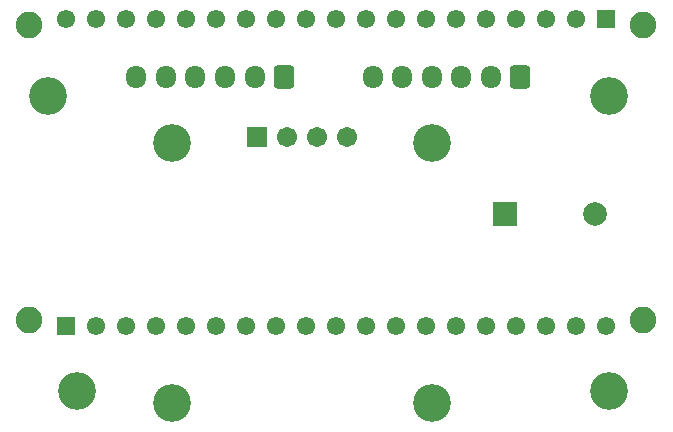
<source format=gts>
G04 #@! TF.GenerationSoftware,KiCad,Pcbnew,7.0.7*
G04 #@! TF.CreationDate,2024-02-22T14:50:09+01:00*
G04 #@! TF.ProjectId,USB_Breakout_Test_Jig,5553425f-4272-4656-916b-6f75745f5465,v1.0*
G04 #@! TF.SameCoordinates,Original*
G04 #@! TF.FileFunction,Soldermask,Top*
G04 #@! TF.FilePolarity,Negative*
%FSLAX46Y46*%
G04 Gerber Fmt 4.6, Leading zero omitted, Abs format (unit mm)*
G04 Created by KiCad (PCBNEW 7.0.7) date 2024-02-22 14:50:09*
%MOMM*%
%LPD*%
G01*
G04 APERTURE LIST*
G04 Aperture macros list*
%AMRoundRect*
0 Rectangle with rounded corners*
0 $1 Rounding radius*
0 $2 $3 $4 $5 $6 $7 $8 $9 X,Y pos of 4 corners*
0 Add a 4 corners polygon primitive as box body*
4,1,4,$2,$3,$4,$5,$6,$7,$8,$9,$2,$3,0*
0 Add four circle primitives for the rounded corners*
1,1,$1+$1,$2,$3*
1,1,$1+$1,$4,$5*
1,1,$1+$1,$6,$7*
1,1,$1+$1,$8,$9*
0 Add four rect primitives between the rounded corners*
20,1,$1+$1,$2,$3,$4,$5,0*
20,1,$1+$1,$4,$5,$6,$7,0*
20,1,$1+$1,$6,$7,$8,$9,0*
20,1,$1+$1,$8,$9,$2,$3,0*%
G04 Aperture macros list end*
%ADD10C,3.200000*%
%ADD11RoundRect,0.250000X0.600000X0.725000X-0.600000X0.725000X-0.600000X-0.725000X0.600000X-0.725000X0*%
%ADD12O,1.700000X1.950000*%
%ADD13R,2.000000X2.000000*%
%ADD14C,2.000000*%
%ADD15RoundRect,0.102000X-0.754000X-0.754000X0.754000X-0.754000X0.754000X0.754000X-0.754000X0.754000X0*%
%ADD16C,1.712000*%
%ADD17C,3.204000*%
%ADD18C,2.250000*%
%ADD19RoundRect,0.102000X0.675000X-0.675000X0.675000X0.675000X-0.675000X0.675000X-0.675000X-0.675000X0*%
%ADD20C,1.554000*%
G04 APERTURE END LIST*
D10*
X52500000Y-82500000D03*
X100000000Y-107500000D03*
D11*
X72500000Y-80950000D03*
D12*
X70000000Y-80950000D03*
X67500000Y-80950000D03*
X65000000Y-80950000D03*
X62500000Y-80950000D03*
X60000000Y-80950000D03*
D10*
X55000000Y-107500000D03*
D11*
X92500000Y-80950000D03*
D12*
X90000000Y-80950000D03*
X87500000Y-80950000D03*
X85000000Y-80950000D03*
X82500000Y-80950000D03*
X80000000Y-80950000D03*
D13*
X91200000Y-92500000D03*
D14*
X98800000Y-92500000D03*
D15*
X70190000Y-86000000D03*
D16*
X72730000Y-86000000D03*
X75270000Y-86000000D03*
X77810000Y-86000000D03*
D17*
X63000000Y-86500000D03*
X85000000Y-86500000D03*
X85000000Y-108500000D03*
X63000000Y-108500000D03*
D10*
X100000000Y-82500000D03*
D18*
X50930000Y-101500000D03*
X102930000Y-101500000D03*
X50930000Y-76500000D03*
X102930000Y-76500000D03*
D19*
X99790000Y-76000000D03*
D20*
X97250000Y-76000000D03*
X94710000Y-76000000D03*
X92170000Y-76000000D03*
X89630000Y-76000000D03*
X87090000Y-76000000D03*
X84550000Y-76000000D03*
X82010000Y-76000000D03*
X79470000Y-76000000D03*
X76930000Y-76000000D03*
X74390000Y-76000000D03*
X71850000Y-76000000D03*
X69310000Y-76000000D03*
X66770000Y-76000000D03*
X64230000Y-76000000D03*
X61690000Y-76000000D03*
X59150000Y-76000000D03*
X56610000Y-76000000D03*
X54070000Y-76000000D03*
D19*
X54070000Y-102000000D03*
D20*
X56610000Y-102000000D03*
X59150000Y-102000000D03*
X61690000Y-102000000D03*
X64230000Y-102000000D03*
X66770000Y-102000000D03*
X69310000Y-102000000D03*
X71850000Y-102000000D03*
X74390000Y-102000000D03*
X76930000Y-102000000D03*
X79470000Y-102000000D03*
X82010000Y-102000000D03*
X84550000Y-102000000D03*
X87090000Y-102000000D03*
X89630000Y-102000000D03*
X92170000Y-102000000D03*
X94710000Y-102000000D03*
X97250000Y-102000000D03*
X99790000Y-102000000D03*
M02*

</source>
